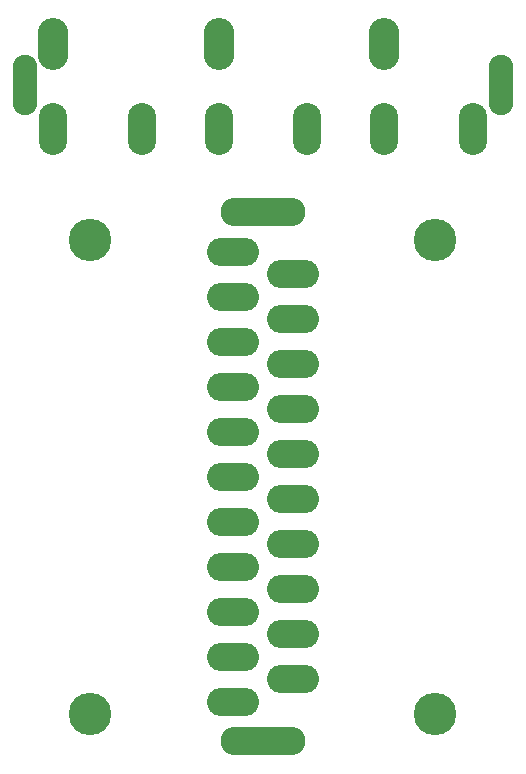
<source format=gbs>
G04 #@! TF.FileFunction,Soldermask,Bot*
%FSLAX46Y46*%
G04 Gerber Fmt 4.6, Leading zero omitted, Abs format (unit mm)*
G04 Created by KiCad (PCBNEW 4.0.7) date 06/07/18 20:36:00*
%MOMM*%
%LPD*%
G01*
G04 APERTURE LIST*
%ADD10C,0.100000*%
%ADD11O,2.600000X4.400000*%
%ADD12O,2.400000X4.400000*%
%ADD13O,2.100000X5.100000*%
%ADD14O,4.400000X2.400000*%
%ADD15O,7.200000X2.400000*%
%ADD16C,3.600000*%
G04 APERTURE END LIST*
D10*
D11*
X132745000Y-71671000D03*
X146745000Y-71671000D03*
X160745000Y-71671000D03*
D12*
X132745000Y-78921000D03*
X140245000Y-78921000D03*
X168245000Y-78921000D03*
X160745000Y-78921000D03*
X154245000Y-78921000D03*
X146745000Y-78921000D03*
D13*
X170645000Y-75171000D03*
X130345000Y-75171000D03*
D14*
X153035000Y-91176000D03*
X153035000Y-94986000D03*
X153035000Y-98796000D03*
X153035000Y-102606000D03*
X153035000Y-125466000D03*
X153035000Y-121656000D03*
X153035000Y-117846000D03*
X153035000Y-114036000D03*
X153035000Y-110226000D03*
X153035000Y-106416000D03*
X147955000Y-127381000D03*
X147955000Y-123571000D03*
X147955000Y-119761000D03*
X147955000Y-115951000D03*
X147955000Y-112141000D03*
X147955000Y-89281000D03*
X147955000Y-93091000D03*
X147955000Y-96901000D03*
X147955000Y-100711000D03*
X147955000Y-104521000D03*
X147955000Y-108331000D03*
D15*
X150495000Y-85931000D03*
X150495000Y-130731000D03*
D16*
X165031750Y-128401750D03*
X135858250Y-128401750D03*
X165031750Y-88260250D03*
X135858250Y-88260250D03*
M02*

</source>
